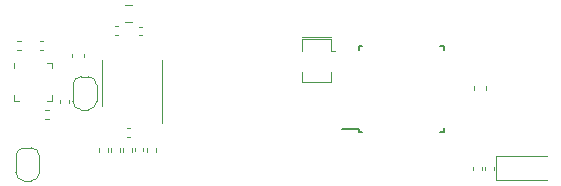
<source format=gbo>
%TF.GenerationSoftware,KiCad,Pcbnew,(6.0.7)*%
%TF.CreationDate,2022-08-25T13:00:14+08:00*%
%TF.ProjectId,T12_SolderingStation,5431325f-536f-46c6-9465-72696e675374,rev?*%
%TF.SameCoordinates,Original*%
%TF.FileFunction,Legend,Bot*%
%TF.FilePolarity,Positive*%
%FSLAX45Y45*%
G04 Gerber Fmt 4.5, Leading zero omitted, Abs format (unit mm)*
G04 Created by KiCad (PCBNEW (6.0.7)) date 2022-08-25 13:00:14*
%MOMM*%
%LPD*%
G01*
G04 APERTURE LIST*
%ADD10C,0.120000*%
%ADD11C,0.150000*%
G04 APERTURE END LIST*
D10*
%TO.C,R12*%
X12219840Y-9514964D02*
X12219840Y-9484236D01*
X12143840Y-9514964D02*
X12143840Y-9484236D01*
%TO.C,C9*%
X8850060Y-8557998D02*
X8850060Y-8529882D01*
X8748060Y-8557998D02*
X8748060Y-8529882D01*
%TO.C,R6*%
X9080600Y-9325779D02*
X9080600Y-9356508D01*
X9156600Y-9325779D02*
X9156600Y-9356508D01*
%TO.C,C6*%
X9236064Y-9157623D02*
X9214496Y-9157623D01*
X9236064Y-9229623D02*
X9214496Y-9229623D01*
%TO.C,R3*%
X9456320Y-9359108D02*
X9456320Y-9328379D01*
X9380320Y-9359108D02*
X9380320Y-9328379D01*
%TO.C,R2*%
X8504044Y-8496200D02*
X8473316Y-8496200D01*
X8504044Y-8420200D02*
X8473316Y-8420200D01*
%TO.C,R1*%
X8285356Y-8496200D02*
X8316084Y-8496200D01*
X8285356Y-8420200D02*
X8316084Y-8420200D01*
%TO.C,R10*%
X8720220Y-8917196D02*
X8720220Y-8947924D01*
X8644220Y-8917196D02*
X8644220Y-8947924D01*
D11*
%TO.C,U3*%
X11173180Y-9186460D02*
X11205680Y-9186460D01*
X11898180Y-8461460D02*
X11898180Y-8493960D01*
X11173180Y-9186460D02*
X11173180Y-9163960D01*
X11898180Y-9186460D02*
X11898180Y-9153960D01*
X11898180Y-8461460D02*
X11865680Y-8461460D01*
X11173180Y-9163960D02*
X11030680Y-9163960D01*
X11898180Y-9186460D02*
X11865680Y-9186460D01*
X11173180Y-8461460D02*
X11173180Y-8493960D01*
X11173180Y-8461460D02*
X11205680Y-8461460D01*
D10*
%TO.C,C8*%
X9251405Y-8259920D02*
X9199155Y-8259920D01*
X9251405Y-8112920D02*
X9199155Y-8112920D01*
%TO.C,C7*%
X9352720Y-9330160D02*
X9352720Y-9351727D01*
X9280720Y-9330160D02*
X9280720Y-9351727D01*
%TO.C,R8*%
X9253120Y-9325579D02*
X9253120Y-9356308D01*
X9177120Y-9325579D02*
X9177120Y-9356308D01*
%TO.C,JP2*%
X8401840Y-9324040D02*
X8341840Y-9324040D01*
X8271840Y-9394040D02*
X8271840Y-9534040D01*
X8341840Y-9604040D02*
X8401840Y-9604040D01*
X8471840Y-9534040D02*
X8471840Y-9394040D01*
X8401840Y-9604040D02*
G75*
G03*
X8471840Y-9534040I0J70000D01*
G01*
X8271840Y-9534040D02*
G75*
G03*
X8341840Y-9604040I70000J0D01*
G01*
X8471840Y-9394040D02*
G75*
G03*
X8401840Y-9324040I-70000J0D01*
G01*
X8341840Y-9324040D02*
G75*
G03*
X8271840Y-9394040I0J-70000D01*
G01*
%TO.C,R13*%
X12240360Y-9484236D02*
X12240360Y-9514964D01*
X12316360Y-9484236D02*
X12316360Y-9514964D01*
%TO.C,R9*%
X8522076Y-9006320D02*
X8552804Y-9006320D01*
X8522076Y-9082320D02*
X8552804Y-9082320D01*
%TO.C,D3*%
X12338320Y-9394520D02*
X12768320Y-9394520D01*
X12338320Y-9594520D02*
X12338320Y-9394520D01*
X12768320Y-9594520D02*
X12338320Y-9594520D01*
%TO.C,U1*%
X8999760Y-8771983D02*
X8999760Y-8576983D01*
X9511760Y-8771983D02*
X9511760Y-9116983D01*
X8999760Y-8771983D02*
X8999760Y-8966983D01*
X9511760Y-8771983D02*
X9511760Y-8576983D01*
%TO.C,R7*%
X9139044Y-8373103D02*
X9108316Y-8373103D01*
X9139044Y-8297103D02*
X9108316Y-8297103D01*
%TO.C,R4*%
X9055000Y-9356308D02*
X9055000Y-9325579D01*
X8979000Y-9356308D02*
X8979000Y-9325579D01*
%TO.C,C10*%
X12252160Y-8804822D02*
X12252160Y-8832938D01*
X12150160Y-8804822D02*
X12150160Y-8832938D01*
%TO.C,U2*%
X8256920Y-8924360D02*
X8301920Y-8924360D01*
X8578920Y-8924360D02*
X8533920Y-8924360D01*
X8578920Y-8879360D02*
X8578920Y-8924360D01*
X8578920Y-8647360D02*
X8578920Y-8602360D01*
X8256920Y-8647360D02*
X8256920Y-8602360D01*
X8256920Y-8879360D02*
X8256920Y-8924360D01*
X8578920Y-8602360D02*
X8533920Y-8602360D01*
%TO.C,JP1*%
X8954940Y-8931440D02*
X8954940Y-8791440D01*
X8884940Y-8721440D02*
X8824940Y-8721440D01*
X8824940Y-9001440D02*
X8884940Y-9001440D01*
X8754940Y-8791440D02*
X8754940Y-8931440D01*
X8754940Y-8931440D02*
G75*
G03*
X8824940Y-9001440I70000J0D01*
G01*
X8884940Y-9001440D02*
G75*
G03*
X8954940Y-8931440I0J70000D01*
G01*
X8824940Y-8721440D02*
G75*
G03*
X8754940Y-8791440I0J-70000D01*
G01*
X8954940Y-8791440D02*
G75*
G03*
X8884940Y-8721440I-70000J0D01*
G01*
%TO.C,C5*%
X9336364Y-8299103D02*
X9314796Y-8299103D01*
X9336364Y-8371103D02*
X9314796Y-8371103D01*
%TO.C,Y1*%
X10697860Y-8765040D02*
X10897860Y-8765040D01*
X10697860Y-8685040D02*
X10697860Y-8765040D01*
X10937860Y-8505040D02*
X10937860Y-8405040D01*
X10897860Y-8385040D02*
X10937860Y-8385040D01*
X10897860Y-8405040D02*
X10937860Y-8405040D01*
X10937860Y-8765040D02*
X10937860Y-8685040D01*
X10697860Y-8385040D02*
X10897860Y-8385040D01*
X10697860Y-8405040D02*
X10697860Y-8505040D01*
X10937860Y-8505040D02*
X10977860Y-8505040D01*
X10897860Y-8405040D02*
X10697860Y-8405040D01*
X10897860Y-8765040D02*
X10937860Y-8765040D01*
%TD*%
M02*

</source>
